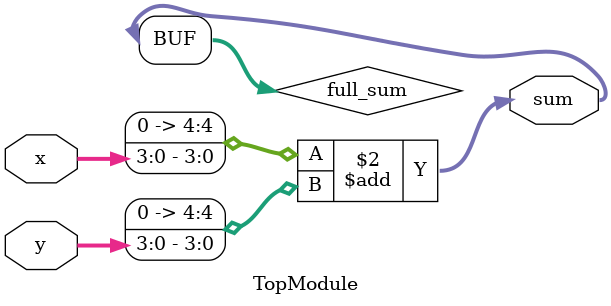
<source format=sv>
module TopModule (
    input  logic [3:0] x,
    input  logic [3:0] y,
    output logic [4:0] sum
);

    logic [4:0] full_sum;

    always @(*) begin
        full_sum = {1'b0, x} + {1'b0, y}; // Perform 4-bit addition with overflow
    end

    assign sum = full_sum; // Assign the result to the output

endmodule
</source>
